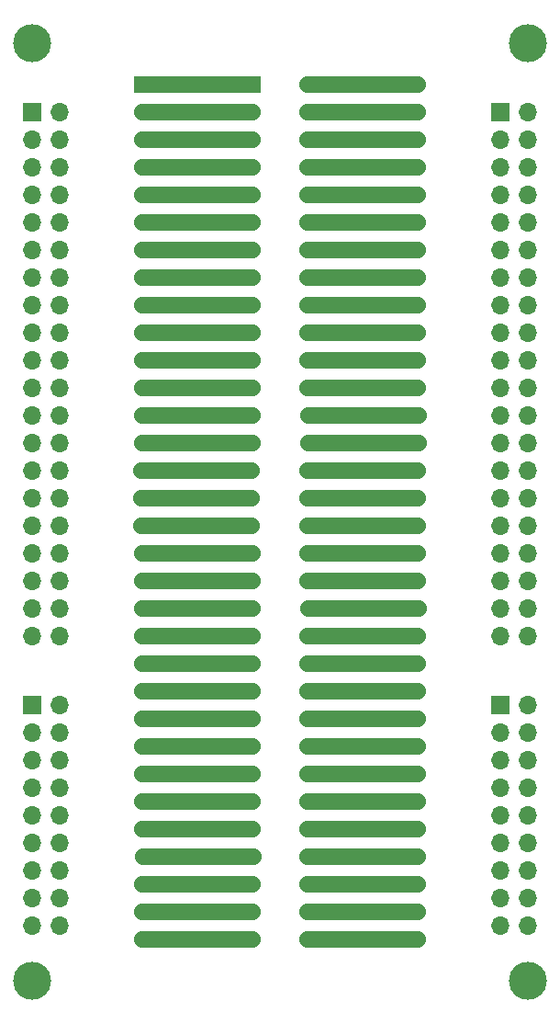
<source format=gbr>
%TF.GenerationSoftware,KiCad,Pcbnew,7.0.2-79-gd0069e0e1d*%
%TF.CreationDate,2023-05-08T00:19:59+01:00*%
%TF.ProjectId,ToastedBreadBoard64,546f6173-7465-4644-9272-656164426f61,rev?*%
%TF.SameCoordinates,Original*%
%TF.FileFunction,Soldermask,Bot*%
%TF.FilePolarity,Negative*%
%FSLAX46Y46*%
G04 Gerber Fmt 4.6, Leading zero omitted, Abs format (unit mm)*
G04 Created by KiCad (PCBNEW 7.0.2-79-gd0069e0e1d) date 2023-05-08 00:19:59*
%MOMM*%
%LPD*%
G01*
G04 APERTURE LIST*
%ADD10C,3.500000*%
%ADD11R,1.524000X1.524000*%
%ADD12C,1.524000*%
%ADD13O,11.700000X1.524000*%
%ADD14R,1.700000X1.700000*%
%ADD15O,1.700000X1.700000*%
G04 APERTURE END LIST*
D10*
%TO.C,H3*%
X151130000Y-110490000D03*
%TD*%
D11*
%TO.C,U1*%
X125730000Y-27940000D03*
D12*
X123190000Y-27940000D03*
D13*
X120650000Y-27940000D03*
D12*
X118110000Y-27940000D03*
D11*
X115570000Y-27940000D03*
D12*
X125730000Y-30480000D03*
X123190000Y-30480000D03*
D13*
X120650000Y-30480000D03*
D12*
X118110000Y-30480000D03*
X115570000Y-30480000D03*
X125730000Y-33020000D03*
X123190000Y-33020000D03*
D13*
X120650000Y-33020000D03*
D12*
X118110000Y-33020000D03*
X115570000Y-33020000D03*
X125730000Y-35560000D03*
X123190000Y-35560000D03*
D13*
X120650000Y-35560000D03*
D12*
X118110000Y-35560000D03*
X115570000Y-35560000D03*
X125730000Y-38100000D03*
X123190000Y-38100000D03*
D13*
X120650000Y-38100000D03*
D12*
X118110000Y-38100000D03*
X115570000Y-38100000D03*
X125730000Y-40640000D03*
X123190000Y-40640000D03*
D13*
X120650000Y-40640000D03*
D12*
X118110000Y-40640000D03*
X115570000Y-40640000D03*
X125730000Y-43180000D03*
X123190000Y-43180000D03*
D13*
X120650000Y-43180000D03*
D12*
X118110000Y-43180000D03*
X115570000Y-43180000D03*
X125730000Y-45720000D03*
X123190000Y-45720000D03*
D13*
X120650000Y-45720000D03*
D12*
X118110000Y-45720000D03*
X115570000Y-45720000D03*
X125730000Y-48260000D03*
X123190000Y-48260000D03*
D13*
X120650000Y-48260000D03*
D12*
X118110000Y-48260000D03*
X115570000Y-48260000D03*
X125730000Y-50800000D03*
X123190000Y-50800000D03*
D13*
X120650000Y-50800000D03*
D12*
X118110000Y-50800000D03*
X115570000Y-50800000D03*
X125730000Y-53340000D03*
X123190000Y-53340000D03*
D13*
X120650000Y-53340000D03*
D12*
X118110000Y-53340000D03*
X115570000Y-53340000D03*
X125730000Y-55880000D03*
X123190000Y-55880000D03*
D13*
X120650000Y-55880000D03*
D12*
X118110000Y-55880000D03*
X115570000Y-55880000D03*
X125730000Y-58420000D03*
X123190000Y-58420000D03*
D13*
X120650000Y-58420000D03*
D12*
X118110000Y-58420000D03*
X115570000Y-58420000D03*
X125730000Y-60960000D03*
X123190000Y-60960000D03*
D13*
X120650000Y-60960000D03*
D12*
X118110000Y-60960000D03*
X115570000Y-60960000D03*
X125630000Y-63500000D03*
X123090000Y-63500000D03*
D13*
X120550000Y-63500000D03*
D12*
X118010000Y-63500000D03*
X115470000Y-63500000D03*
X125630000Y-66040000D03*
X123090000Y-66040000D03*
D13*
X120550000Y-66040000D03*
D12*
X118010000Y-66040000D03*
X115470000Y-66040000D03*
X125630000Y-68580000D03*
X123090000Y-68580000D03*
D13*
X120550000Y-68580000D03*
D12*
X118010000Y-68580000D03*
X115470000Y-68580000D03*
X125730000Y-71120000D03*
X123190000Y-71120000D03*
D13*
X120650000Y-71120000D03*
D12*
X118110000Y-71120000D03*
X115570000Y-71120000D03*
X125730000Y-73660000D03*
X123190000Y-73660000D03*
D13*
X120650000Y-73660000D03*
D12*
X118110000Y-73660000D03*
X115570000Y-73660000D03*
X125730000Y-76200000D03*
X123190000Y-76200000D03*
D13*
X120650000Y-76200000D03*
D12*
X118110000Y-76200000D03*
X115570000Y-76200000D03*
X125730000Y-78740000D03*
X123190000Y-78740000D03*
D13*
X120650000Y-78740000D03*
D12*
X118110000Y-78740000D03*
X115570000Y-78740000D03*
X125730000Y-81280000D03*
X123190000Y-81280000D03*
D13*
X120650000Y-81280000D03*
D12*
X118110000Y-81280000D03*
X115570000Y-81280000D03*
X125730000Y-83820000D03*
X123190000Y-83820000D03*
D13*
X120650000Y-83820000D03*
D12*
X118110000Y-83820000D03*
X115570000Y-83820000D03*
X125730000Y-86360000D03*
X123190000Y-86360000D03*
D13*
X120650000Y-86360000D03*
D12*
X118110000Y-86360000D03*
X115570000Y-86360000D03*
X125730000Y-88900000D03*
X123190000Y-88900000D03*
D13*
X120650000Y-88900000D03*
D12*
X118110000Y-88900000D03*
X115570000Y-88900000D03*
X125730000Y-91440000D03*
X123190000Y-91440000D03*
D13*
X120650000Y-91440000D03*
D12*
X118110000Y-91440000D03*
X115570000Y-91440000D03*
X125730000Y-93980000D03*
X123190000Y-93980000D03*
D13*
X120650000Y-93980000D03*
D12*
X118110000Y-93980000D03*
X115570000Y-93980000D03*
X125730000Y-96520000D03*
X123190000Y-96520000D03*
D13*
X120650000Y-96520000D03*
D12*
X118110000Y-96520000D03*
X115570000Y-96520000D03*
X125830000Y-99060000D03*
X123290000Y-99060000D03*
D13*
X120750000Y-99060000D03*
D12*
X118210000Y-99060000D03*
X115670000Y-99060000D03*
X125730000Y-101600000D03*
X123190000Y-101600000D03*
D13*
X120650000Y-101600000D03*
D12*
X118110000Y-101600000D03*
X115570000Y-101600000D03*
X125730000Y-104140000D03*
X123190000Y-104140000D03*
D13*
X120650000Y-104140000D03*
D12*
X118110000Y-104140000D03*
X115570000Y-104140000D03*
X125730000Y-106680000D03*
X123190000Y-106680000D03*
D13*
X120650000Y-106680000D03*
D12*
X118110000Y-106680000D03*
X115570000Y-106680000D03*
X140970000Y-106680000D03*
X138430000Y-106680000D03*
D13*
X135890000Y-106680000D03*
D12*
X133350000Y-106680000D03*
X130810000Y-106680000D03*
X140970000Y-104140000D03*
X138430000Y-104140000D03*
D13*
X135890000Y-104140000D03*
D12*
X133350000Y-104140000D03*
X130810000Y-104140000D03*
X140970000Y-101600000D03*
X138430000Y-101600000D03*
D13*
X135890000Y-101600000D03*
D12*
X133350000Y-101600000D03*
X130810000Y-101600000D03*
X140970000Y-99060000D03*
X138430000Y-99060000D03*
D13*
X135890000Y-99060000D03*
D12*
X133350000Y-99060000D03*
X130810000Y-99060000D03*
X140970000Y-96520000D03*
X138430000Y-96520000D03*
D13*
X135890000Y-96520000D03*
D12*
X133350000Y-96520000D03*
X130810000Y-96520000D03*
X140970000Y-93980000D03*
X138430000Y-93980000D03*
D13*
X135890000Y-93980000D03*
D12*
X133350000Y-93980000D03*
X130810000Y-93980000D03*
X140970000Y-91440000D03*
X138430000Y-91440000D03*
D13*
X135890000Y-91440000D03*
D12*
X133350000Y-91440000D03*
X130810000Y-91440000D03*
X140970000Y-88900000D03*
X138430000Y-88900000D03*
D13*
X135890000Y-88900000D03*
D12*
X133350000Y-88900000D03*
X130810000Y-88900000D03*
X140970000Y-86360000D03*
X138430000Y-86360000D03*
D13*
X135890000Y-86360000D03*
D12*
X133350000Y-86360000D03*
X130810000Y-86360000D03*
X140970000Y-83820000D03*
X138430000Y-83820000D03*
D13*
X135890000Y-83820000D03*
D12*
X133350000Y-83820000D03*
X130810000Y-83820000D03*
X140970000Y-81280000D03*
X138430000Y-81280000D03*
D13*
X135890000Y-81280000D03*
D12*
X133350000Y-81280000D03*
X130810000Y-81280000D03*
X140970000Y-78740000D03*
X138430000Y-78740000D03*
D13*
X135890000Y-78740000D03*
D12*
X133350000Y-78740000D03*
X130810000Y-78740000D03*
X141070000Y-76200000D03*
X138530000Y-76200000D03*
D13*
X135990000Y-76200000D03*
D12*
X133450000Y-76200000D03*
X130910000Y-76200000D03*
X140970000Y-73660000D03*
X138430000Y-73660000D03*
D13*
X135890000Y-73660000D03*
D12*
X133350000Y-73660000D03*
X130810000Y-73660000D03*
X140970000Y-71120000D03*
X138430000Y-71120000D03*
D13*
X135890000Y-71120000D03*
D12*
X133350000Y-71120000D03*
X130810000Y-71120000D03*
X140970000Y-68580000D03*
X138430000Y-68580000D03*
D13*
X135890000Y-68580000D03*
D12*
X133350000Y-68580000D03*
X130810000Y-68580000D03*
X140970000Y-66040000D03*
X138430000Y-66040000D03*
D13*
X135890000Y-66040000D03*
D12*
X133350000Y-66040000D03*
X130810000Y-66040000D03*
X140970000Y-63500000D03*
X138430000Y-63500000D03*
D13*
X135890000Y-63500000D03*
D12*
X133350000Y-63500000D03*
X130810000Y-63500000D03*
X141070000Y-60960000D03*
X138530000Y-60960000D03*
D13*
X135990000Y-60960000D03*
D12*
X133450000Y-60960000D03*
X130910000Y-60960000D03*
X141070000Y-58420000D03*
X138530000Y-58420000D03*
D13*
X135990000Y-58420000D03*
D12*
X133450000Y-58420000D03*
X130910000Y-58420000D03*
X140970000Y-55880000D03*
X138430000Y-55880000D03*
D13*
X135890000Y-55880000D03*
D12*
X133350000Y-55880000D03*
X130810000Y-55880000D03*
X140970000Y-53340000D03*
X138430000Y-53340000D03*
D13*
X135890000Y-53340000D03*
D12*
X133350000Y-53340000D03*
X130810000Y-53340000D03*
X140970000Y-50800000D03*
X138430000Y-50800000D03*
D13*
X135890000Y-50800000D03*
D12*
X133350000Y-50800000D03*
X130810000Y-50800000D03*
X140970000Y-48260000D03*
X138430000Y-48260000D03*
D13*
X135890000Y-48260000D03*
D12*
X133350000Y-48260000D03*
X130810000Y-48260000D03*
X140970000Y-45720000D03*
X138430000Y-45720000D03*
D13*
X135890000Y-45720000D03*
D12*
X133350000Y-45720000D03*
X130810000Y-45720000D03*
X140970000Y-43180000D03*
X138430000Y-43180000D03*
D13*
X135890000Y-43180000D03*
D12*
X133350000Y-43180000D03*
X130810000Y-43180000D03*
X140970000Y-40640000D03*
X138430000Y-40640000D03*
D13*
X135890000Y-40640000D03*
D12*
X133350000Y-40640000D03*
X130810000Y-40640000D03*
X140970000Y-38100000D03*
X138430000Y-38100000D03*
D13*
X135890000Y-38100000D03*
D12*
X133350000Y-38100000D03*
X130810000Y-38100000D03*
X140970000Y-35560000D03*
X138430000Y-35560000D03*
D13*
X135890000Y-35560000D03*
D12*
X133350000Y-35560000D03*
X130810000Y-35560000D03*
X140970000Y-33020000D03*
X138430000Y-33020000D03*
D13*
X135890000Y-33020000D03*
D12*
X133350000Y-33020000D03*
X130810000Y-33020000D03*
X140970000Y-30480000D03*
X138430000Y-30480000D03*
D13*
X135890000Y-30480000D03*
D12*
X133350000Y-30480000D03*
X130810000Y-30480000D03*
X140970000Y-27940000D03*
X138430000Y-27940000D03*
D13*
X135890000Y-27940000D03*
D12*
X133350000Y-27940000D03*
X130810000Y-27940000D03*
%TD*%
D10*
%TO.C,H1*%
X105410000Y-24130000D03*
%TD*%
D14*
%TO.C,J4*%
X148590000Y-30480000D03*
D15*
X151130000Y-30480000D03*
X148590000Y-33020000D03*
X151130000Y-33020000D03*
X148590000Y-35560000D03*
X151130000Y-35560000D03*
X148590000Y-38100000D03*
X151130000Y-38100000D03*
X148590000Y-40640000D03*
X151130000Y-40640000D03*
X148590000Y-43180000D03*
X151130000Y-43180000D03*
X148590000Y-45720000D03*
X151130000Y-45720000D03*
X148590000Y-48260000D03*
X151130000Y-48260000D03*
X148590000Y-50800000D03*
X151130000Y-50800000D03*
X148590000Y-53340000D03*
X151130000Y-53340000D03*
X148590000Y-55880000D03*
X151130000Y-55880000D03*
X148590000Y-58420000D03*
X151130000Y-58420000D03*
X148590000Y-60960000D03*
X151130000Y-60960000D03*
X148590000Y-63500000D03*
X151130000Y-63500000D03*
X148590000Y-66040000D03*
X151130000Y-66040000D03*
X148590000Y-68580000D03*
X151130000Y-68580000D03*
X148590000Y-71120000D03*
X151130000Y-71120000D03*
X148590000Y-73660000D03*
X151130000Y-73660000D03*
X148590000Y-76200000D03*
X151130000Y-76200000D03*
X148590000Y-78740000D03*
X151130000Y-78740000D03*
%TD*%
D10*
%TO.C,H2*%
X151130000Y-24130000D03*
%TD*%
D14*
%TO.C,J2*%
X105410000Y-85090000D03*
D15*
X107950000Y-85090000D03*
X105410000Y-87630000D03*
X107950000Y-87630000D03*
X105410000Y-90170000D03*
X107950000Y-90170000D03*
X105410000Y-92710000D03*
X107950000Y-92710000D03*
X105410000Y-95250000D03*
X107950000Y-95250000D03*
X105410000Y-97790000D03*
X107950000Y-97790000D03*
X105410000Y-100330000D03*
X107950000Y-100330000D03*
X105410000Y-102870000D03*
X107950000Y-102870000D03*
X105410000Y-105410000D03*
X107950000Y-105410000D03*
%TD*%
D14*
%TO.C,J1*%
X105410000Y-30480000D03*
D15*
X107950000Y-30480000D03*
X105410000Y-33020000D03*
X107950000Y-33020000D03*
X105410000Y-35560000D03*
X107950000Y-35560000D03*
X105410000Y-38100000D03*
X107950000Y-38100000D03*
X105410000Y-40640000D03*
X107950000Y-40640000D03*
X105410000Y-43180000D03*
X107950000Y-43180000D03*
X105410000Y-45720000D03*
X107950000Y-45720000D03*
X105410000Y-48260000D03*
X107950000Y-48260000D03*
X105410000Y-50800000D03*
X107950000Y-50800000D03*
X105410000Y-53340000D03*
X107950000Y-53340000D03*
X105410000Y-55880000D03*
X107950000Y-55880000D03*
X105410000Y-58420000D03*
X107950000Y-58420000D03*
X105410000Y-60960000D03*
X107950000Y-60960000D03*
X105410000Y-63500000D03*
X107950000Y-63500000D03*
X105410000Y-66040000D03*
X107950000Y-66040000D03*
X105410000Y-68580000D03*
X107950000Y-68580000D03*
X105410000Y-71120000D03*
X107950000Y-71120000D03*
X105410000Y-73660000D03*
X107950000Y-73660000D03*
X105410000Y-76200000D03*
X107950000Y-76200000D03*
X105410000Y-78740000D03*
X107950000Y-78740000D03*
%TD*%
D10*
%TO.C,H4*%
X105410000Y-110490000D03*
%TD*%
D14*
%TO.C,J5*%
X148590000Y-85090000D03*
D15*
X151130000Y-85090000D03*
X148590000Y-87630000D03*
X151130000Y-87630000D03*
X148590000Y-90170000D03*
X151130000Y-90170000D03*
X148590000Y-92710000D03*
X151130000Y-92710000D03*
X148590000Y-95250000D03*
X151130000Y-95250000D03*
X148590000Y-97790000D03*
X151130000Y-97790000D03*
X148590000Y-100330000D03*
X151130000Y-100330000D03*
X148590000Y-102870000D03*
X151130000Y-102870000D03*
X148590000Y-105410000D03*
X151130000Y-105410000D03*
%TD*%
M02*

</source>
